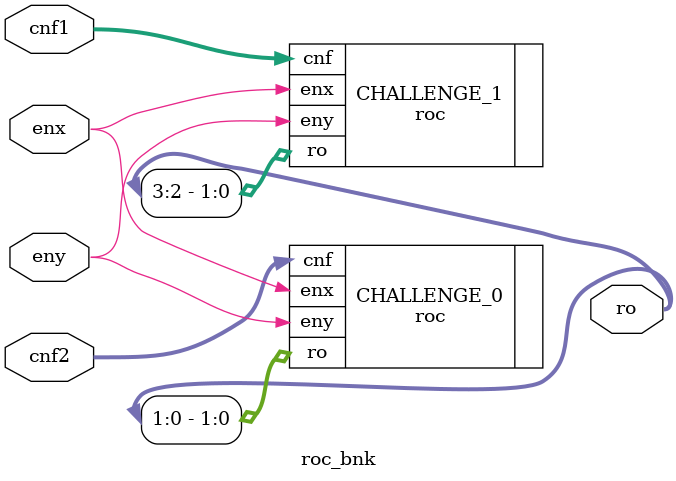
<source format=v>
`default_nettype none
`timescale 1 ns / 10 ps


module roc_bnk (
                input  wire       enx,      //-- Enable X
                input  wire       eny,      //-- Enable Y
                input  wire [7:0] cnf1,     //-- Configuration Selection #1
                input  wire [7:0] cnf2,     //-- Configuration Selection #2
                output wire [3:0] ro        //-- Pairs of RO Output
                );

    //-- This instance will be placed at the origin of wherever the placer decides to put this roc_bnk module.
    (* KEEP_HIERARCHY = "TRUE", RLOC = "X0Y0" *)
    roc CHALLENGE_0 (
                     .enx(enx),
                     .eny(eny),
                     .cnf(cnf2), // Even rows use cnf2
                     .ro(ro[1:0])
                     );

    //-- This instance will be placed one unit up in the Y direction, relative to the roc_bnk's origin.
    (* KEEP_HIERARCHY = "TRUE", RLOC = "X0Y1" *)
    roc CHALLENGE_1 (
                     .enx(enx),
                     .eny(eny),
                     .cnf(cnf1), // Odd rows use cnf1
                     .ro(ro[3:2])
                     );

endmodule

</source>
